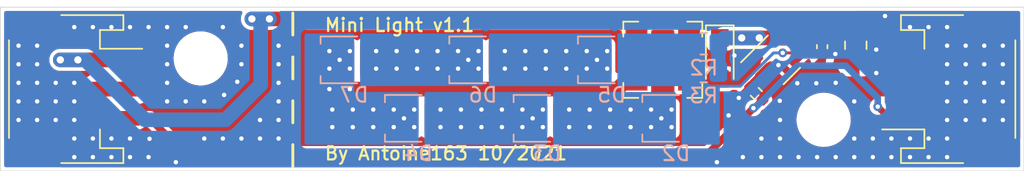
<source format=kicad_pcb>
(kicad_pcb (version 20210925) (generator pcbnew)
  (title_block (title "Mini Light") (date "2021-10-05") (rev "v1.1") (company "Antoine163"))
  (layers (0 "F.Cu" signal) (31 "B.Cu" signal) (34 "B.Paste" user) (35 "F.Paste" user) (37 "F.SilkS" user "F.Silkscreen") (38 "B.Mask" user) (39 "F.Mask" user) (44 "Edge.Cuts" user))
  (net 0 "")
  (net 1 "+12V")
  (net 2 "GND")
  (net 3 "Net-(D1-Pad2)")
  (net 4 "Net-(D2-Pad1)")
  (net 5 "Net-(D3-Pad1)")
  (net 6 "Net-(D2-Pad2)")
  (net 7 "Net-(D5-Pad1)")
  (net 8 "Net-(D6-Pad1)")
  (net 9 "Ctrl")
  (net 10 "Net-(D4-Pad1)")
  (footprint "Resistor_SMD:R_0402_1005Metric_Pad0.72x0.64mm_HandSolder" (layer "F.Cu") (at 136.8 100.3 -45)
    (fp_text reference "R1" hide)
    (fp_text value "470K")
    (fp_line (start -0.167621 0.38) (end 0.167621 0.38) (layer "F.SilkS") (width 0.12))
    (fp_line (start -0.167621 -0.38) (end 0.167621 -0.38) (layer "F.SilkS") (width 0.12))
    (pad "1" smd roundrect locked (at -0.5975 0 315) (size 0.715 0.64) (layers "F.Cu" "F.Paste" "F.Mask") (net 2 "GND"))
    (pad "2" smd roundrect locked (at 0.5975 0 315) (size 0.715 0.64) (layers "F.Cu" "F.Paste" "F.Mask") (net 9 "Ctrl"))
  )
  (footprint "Package_TO_SOT_SMD:TSOT-23-5" (layer "F.Cu") (at 138.123915 98 45)
    (fp_text reference "U1" hide)
    (fp_text value "AL8860WT-7")
    (fp_line (start 0 1.56) (end 0.8 1.56) (layer "F.SilkS") (width 0.12))
    (fp_line (start 0 1.56) (end -0.8 1.56) (layer "F.SilkS") (width 0.12))
    (fp_line (start 0 -1.56) (end -1.8 -1.56) (layer "F.SilkS") (width 0.12))
    (fp_line (start 0 -1.56) (end 0.8 -1.56) (layer "F.SilkS") (width 0.12))
    (pad "1" smd roundrect locked (at -1.1375 -0.95 45) (size 1.325 0.6) (layers "F.Cu" "F.Paste" "F.Mask") (net 3 "Net-(D1-Pad2)"))
    (pad "2" smd roundrect locked (at -1.1375 0 45) (size 1.325 0.6) (layers "F.Cu" "F.Paste" "F.Mask") (net 2 "GND"))
    (pad "3" smd roundrect locked (at -1.1375 0.95 45) (size 1.325 0.6) (layers "F.Cu" "F.Paste" "F.Mask") (net 9 "Ctrl"))
    (pad "4" smd roundrect locked (at 1.1375 0.95 45) (size 1.325 0.6) (layers "F.Cu" "F.Paste" "F.Mask") (net 6 "Net-(D2-Pad2)"))
    (pad "5" smd roundrect locked (at 1.1375 -0.95 45) (size 1.325 0.6) (layers "F.Cu" "F.Paste" "F.Mask") (net 1 "+12V"))
  )
  (footprint "MountingHole:MountingHole_3.2mm_M3" (layer "F.Cu") (at 141.4 102.1)
    (fp_text reference "H1" hide)
    (fp_text value "MountingHole")
    (pad "" np_thru_hole circle locked (at 0 0) (size 3.2 3.2) (drill 3.2) (layers *.Cu *.Mask))
  )
  (footprint "Diode_SMD:Nexperia_CFP3_SOD-123W" (layer "F.Cu") (at 134.3 97.9 -90)
    (fp_text reference "D1" hide)
    (fp_text value "PMEG40T10ERX")
    (fp_line (start -2.26 -0.95) (end 1.4 -0.95) (layer "F.SilkS") (width 0.12))
    (fp_line (start -2.26 -0.95) (end -2.26 0.95) (layer "F.SilkS") (width 0.12))
    (fp_line (start -2.26 0.95) (end 1.4 0.95) (layer "F.SilkS") (width 0.12))
    (pad "1" smd rect locked (at -1.4 0 270) (size 1.2 1.2) (layers "F.Cu" "F.Paste" "F.Mask") (net 1 "+12V"))
    (pad "2" smd rect locked (at 1.4 0 270) (size 1.2 1.2) (layers "F.Cu" "F.Paste" "F.Mask") (net 3 "Net-(D1-Pad2)"))
  )
  (footprint "mini_light:L_Bourns-SRN5040" (layer "F.Cu") (at 130.4 98)
    (fp_text reference "L1" hide)
    (fp_text value "68uH")
    (fp_line (start 2.7 2.6) (end 2.7 1.575) (layer "F.SilkS") (width 0.12))
    (fp_line (start 2.7 2.6) (end 1.675 2.6) (layer "F.SilkS") (width 0.12))
    (fp_line (start 2.7 -2.6125) (end 1.675 -2.6125) (layer "F.SilkS") (width 0.12))
    (fp_line (start -2.7 2.6) (end -1.675 2.6) (layer "F.SilkS") (width 0.12))
    (fp_line (start -2.7 2.6) (end -2.7 1.575) (layer "F.SilkS") (width 0.12))
    (fp_line (start -2.7 -2.6125) (end -1.675 -2.6125) (layer "F.SilkS") (width 0.12))
    (fp_line (start -2.7 -2.6125) (end -2.7 -1.5875) (layer "F.SilkS") (width 0.12))
    (fp_line (start 2.7 -2.6125) (end 2.7 -1.5875) (layer "F.SilkS") (width 0.12))
    (pad "1" smd rect locked (at -1.8 0) (size 1.5 4.2) (layers "F.Cu" "F.Paste" "F.Mask") (net 10 "Net-(D4-Pad1)"))
    (pad "2" smd rect locked (at 1.8 0) (size 1.5 4.2) (layers "F.Cu" "F.Paste" "F.Mask") (net 3 "Net-(D1-Pad2)"))
  )
  (footprint "Connector_JST:JST_PH_S3B-PH-SM4-TB_1x03-1MP_P2.00mm_Horizontal" (layer "F.Cu") (at 150 100 90)
    (fp_text reference "J1" hide)
    (fp_text value "Conn_01x03")
    (fp_line (start 5.06 0.94) (end 5.06 -3.31) (layer "F.SilkS") (width 0.12))
    (fp_line (start -2.76 -1.71) (end -2.76 -4.6) (layer "F.SilkS") (width 0.12))
    (fp_line (start -4.04 -3.31) (end -4.04 -1.71) (layer "F.SilkS") (width 0.12))
    (fp_line (start 4.04 -3.31) (end 4.04 -1.71) (layer "F.SilkS") (width 0.12))
    (fp_line (start -4.04 -1.71) (end -2.76 -1.71) (layer "F.SilkS") (width 0.12))
    (fp_line (start -3.34 4.51) (end 3.34 4.51) (layer "F.SilkS") (width 0.12))
    (fp_line (start -5.06 0.94) (end -5.06 -3.31) (layer "F.SilkS") (width 0.12))
    (fp_line (start 5.06 -3.31) (end 4.04 -3.31) (layer "F.SilkS") (width 0.12))
    (fp_line (start -5.06 -3.31) (end -4.04 -3.31) (layer "F.SilkS") (width 0.12))
    (fp_line (start 4.04 -1.71) (end 2.76 -1.71) (layer "F.SilkS") (width 0.12))
    (pad "1" smd roundrect locked (at -2 -2.85 90) (size 1 3.5) (layers "F.Cu" "F.Paste" "F.Mask") (net 9 "Ctrl"))
    (pad "2" smd roundrect locked (at 0 -2.85 90) (size 1 3.5) (layers "F.Cu" "F.Paste" "F.Mask") (net 2 "GND"))
    (pad "3" smd roundrect locked (at 2 -2.85 90) (size 1 3.5) (layers "F.Cu" "F.Paste" "F.Mask") (net 1 "+12V"))
    (pad "MP" smd roundrect locked (at -4.35 2.9 90) (size 1.5 3.4) (layers "F.Cu" "F.Paste" "F.Mask") (roundrect_rratio 0.1666673333))
    (pad "MP" smd roundrect locked (at 4.35 2.9 90) (size 1.5 3.4) (layers "F.Cu" "F.Paste" "F.Mask") (roundrect_rratio 0.1666673333))
  )
  (footprint "Capacitor_SMD:C_0402_1005Metric_Pad0.74x0.62mm_HandSolder" (layer "F.Cu") (at 141.3 97.1 -90)
    (fp_text reference "C2" hide)
    (fp_text value "100nF")
    (fp_line (start -0.115835 0.36) (end 0.115835 0.36) (layer "F.SilkS") (width 0.12))
    (fp_line (start -0.115835 -0.36) (end 0.115835 -0.36) (layer "F.SilkS") (width 0.12))
    (pad "1" smd roundrect locked (at -0.5675 0 270) (size 0.735 0.62) (layers "F.Cu" "F.Paste" "F.Mask") (net 1 "+12V"))
    (pad "2" smd roundrect locked (at 0.5675 0 270) (size 0.735 0.62) (layers "F.Cu" "F.Paste" "F.Mask") (net 2 "GND"))
  )
  (footprint "Capacitor_SMD:C_0805_2012Metric_Pad1.18x1.45mm_HandSolder" (layer "F.Cu") (at 143.6 97 -90)
    (fp_text reference "C1" hide)
    (fp_text value "10uF")
    (fp_line (start -0.261252 -0.735) (end 0.261252 -0.735) (layer "F.SilkS") (width 0.12))
    (fp_line (start -0.261252 0.735) (end 0.261252 0.735) (layer "F.SilkS") (width 0.12))
    (pad "1" smd roundrect locked (at -1.0375 0 270) (size 1.175 1.45) (layers "F.Cu" "F.Paste" "F.Mask") (roundrect_rratio 0.2127659574) (net 1 "+12V"))
    (pad "2" smd roundrect locked (at 1.0375 0 270) (size 1.175 1.45) (layers "F.Cu" "F.Paste" "F.Mask") (roundrect_rratio 0.2127659574) (net 2 "GND"))
  )
  (footprint "MountingHole:MountingHole_3.2mm_M3" (layer "F.Cu") (at 98.8 97.9)
    (fp_text reference "H2" hide)
    (fp_text value "MountingHole")
    (pad "" np_thru_hole circle locked (at 0 0) (size 3.2 3.2) (drill 3.2) (layers *.Cu *.Mask))
  )
  (footprint "Connector_JST:JST_PH_S3B-PH-SM4-TB_1x03-1MP_P2.00mm_Horizontal" (layer "F.Cu") (at 90.2 100 -90)
    (fp_text reference "J2" hide)
    (fp_text value "Conn_01x03")
    (fp_line (start -3.34 4.51) (end 3.34 4.51) (layer "F.SilkS") (width 0.12))
    (fp_line (start 5.06 0.94) (end 5.06 -3.31) (layer "F.SilkS") (width 0.12))
    (fp_line (start 5.06 -3.31) (end 4.04 -3.31) (layer "F.SilkS") (width 0.12))
    (fp_line (start -4.04 -1.71) (end -2.76 -1.71) (layer "F.SilkS") (width 0.12))
    (fp_line (start -5.06 0.94) (end -5.06 -3.31) (layer "F.SilkS") (width 0.12))
    (fp_line (start -4.04 -3.31) (end -4.04 -1.71) (layer "F.SilkS") (width 0.12))
    (fp_line (start 4.04 -3.31) (end 4.04 -1.71) (layer "F.SilkS") (width 0.12))
    (fp_line (start 4.04 -1.71) (end 2.76 -1.71) (layer "F.SilkS") (width 0.12))
    (fp_line (start -2.76 -1.71) (end -2.76 -4.6) (layer "F.SilkS") (width 0.12))
    (fp_line (start -5.06 -3.31) (end -4.04 -3.31) (layer "F.SilkS") (width 0.12))
    (pad "1" smd roundrect locked (at -2 -2.85 270) (size 1 3.5) (layers "F.Cu" "F.Paste" "F.Mask") (net 1 "+12V"))
    (pad "2" smd roundrect locked (at 0 -2.85 270) (size 1 3.5) (layers "F.Cu" "F.Paste" "F.Mask") (net 2 "GND"))
    (pad "3" smd roundrect locked (at 2 -2.85 270) (size 1 3.5) (layers "F.Cu" "F.Paste" "F.Mask") (net 9 "Ctrl"))
    (pad "MP" smd roundrect locked (at -4.35 2.9 270) (size 1.5 3.4) (layers "F.Cu" "F.Paste" "F.Mask") (roundrect_rratio 0.1666673333))
    (pad "MP" smd roundrect locked (at 4.35 2.9 270) (size 1.5 3.4) (layers "F.Cu" "F.Paste" "F.Mask") (roundrect_rratio 0.1666673333))
  )
  (footprint "Resistor_SMD:R_0805_2012Metric_Pad1.20x1.40mm_HandSolder" (layer "B.Cu") (at 133.2 96.9)
    (fp_text reference "R2" (at 0 1.65) (layer "B.SilkS") (effects (justify mirror)))
    (fp_text value "1R")
    (fp_line (start -0.227064 0.735) (end 0.227064 0.735) (layer "B.SilkS") (width 0.12))
    (fp_line (start -0.227064 -0.735) (end 0.227064 -0.735) (layer "B.SilkS") (width 0.12))
    (pad "1" smd roundrect locked (at -1 0) (size 1.2 1.4) (layers "B.Cu" "B.Paste" "B.Mask") (roundrect_rratio 0.2083333333) (net 6 "Net-(D2-Pad2)"))
    (pad "2" smd roundrect locked (at 1 0) (size 1.2 1.4) (layers "B.Cu" "B.Paste" "B.Mask") (roundrect_rratio 0.2083333333) (net 1 "+12V"))
  )
  (footprint "Resistor_SMD:R_0805_2012Metric_Pad1.20x1.40mm_HandSolder" (layer "B.Cu") (at 133.2 98.8)
    (fp_text reference "R3" (at 0 1.65) (layer "B.SilkS") (effects (justify mirror)))
    (fp_text value "1R")
    (fp_line (start -0.227064 -0.735) (end 0.227064 -0.735) (layer "B.SilkS") (width 0.12))
    (fp_line (start -0.227064 0.735) (end 0.227064 0.735) (layer "B.SilkS") (width 0.12))
    (pad "1" smd roundrect locked (at -1 0) (size 1.2 1.4) (layers "B.Cu" "B.Paste" "B.Mask") (roundrect_rratio 0.2083333333) (net 6 "Net-(D2-Pad2)"))
    (pad "2" smd roundrect locked (at 1 0) (size 1.2 1.4) (layers "B.Cu" "B.Paste" "B.Mask") (roundrect_rratio 0.2083333333) (net 1 "+12V"))
  )
  (footprint "mini_light:LED_Cree-JE" (layer "B.Cu") (at 131 102)
    (fp_text reference "D2" (at 0.3 2.4) (layer "B.SilkS") (effects (justify mirror)))
    (fp_text value "JE2835 3‑V")
    (fp_line (start -2 -1.6) (end 0.5 -1.6) (layer "B.SilkS") (width 0.12))
    (fp_line (start -2 -1.1) (end -2 -1.6) (layer "B.SilkS") (width 0.12))
    (fp_line (start 0.5 1.6) (end -2 1.6) (layer "B.SilkS") (width 0.12))
    (fp_line (start -2 1.6) (end -2 1.1) (layer "B.SilkS") (width 0.12))
    (pad "1" smd rect locked (at -0.73 0) (size 1.65 1.44) (layers "B.Cu" "B.Paste") (net 4 "Net-(D2-Pad1)"))
    (pad "1" smd rect locked (at -0.73 0) (size 2.06 1.8) (layers "B.Cu" "B.Mask") (net 4 "Net-(D2-Pad1)"))
    (pad "2" smd rect locked (at 1.25 0) (size 0.99 1.8) (layers "B.Cu" "B.Mask") (net 6 "Net-(D2-Pad2)"))
    (pad "2" smd rect locked (at 1.25 0) (size 0.79 1.44) (layers "B.Cu" "B.Paste") (net 6 "Net-(D2-Pad2)"))
    (pad "2" smd rect locked (at 1.75 0) (size 0.6 0.5) (layers "B.Cu" "B.Mask") (net 6 "Net-(D2-Pad2)"))
  )
  (footprint "mini_light:LED_Cree-JE" (layer "B.Cu") (at 122.2 102)
    (fp_text reference "D3" (at 0.3 2.4) (layer "B.SilkS") (effects (justify mirror)))
    (fp_text value "JE2835 3‑V")
    (fp_line (start 0.5 1.6) (end -2 1.6) (layer "B.SilkS") (width 0.12))
    (fp_line (start -2 -1.1) (end -2 -1.6) (layer "B.SilkS") (width 0.12))
    (fp_line (start -2 1.6) (end -2 1.1) (layer "B.SilkS") (width 0.12))
    (fp_line (start -2 -1.6) (end 0.5 -1.6) (layer "B.SilkS") (width 0.12))
    (pad "1" smd rect locked (at -0.73 0) (size 2.06 1.8) (layers "B.Cu" "B.Mask") (net 5 "Net-(D3-Pad1)"))
    (pad "1" smd rect locked (at -0.73 0) (size 1.65 1.44) (layers "B.Cu" "B.Paste") (net 5 "Net-(D3-Pad1)"))
    (pad "2" smd rect locked (at 1.25 0) (size 0.79 1.44) (layers "B.Cu" "B.Paste") (net 4 "Net-(D2-Pad1)"))
    (pad "2" smd rect locked (at 1.75 0) (size 0.6 0.5) (layers "B.Cu" "B.Mask") (net 4 "Net-(D2-Pad1)"))
    (pad "2" smd rect locked (at 1.25 0) (size 0.99 1.8) (layers "B.Cu" "B.Mask") (net 4 "Net-(D2-Pad1)"))
  )
  (footprint "mini_light:LED_Cree-JE" (layer "B.Cu") (at 109 98)
    (fp_text reference "D7" (at 0.3 2.4) (layer "B.SilkS") (effects (justify mirror)))
    (fp_text value "JE2835 3‑V")
    (fp_line (start -2 -1.1) (end -2 -1.6) (layer "B.SilkS") (width 0.12))
    (fp_line (start -2 -1.6) (end 0.5 -1.6) (layer "B.SilkS") (width 0.12))
    (fp_line (start -2 1.6) (end -2 1.1) (layer "B.SilkS") (width 0.12))
    (fp_line (start 0.5 1.6) (end -2 1.6) (layer "B.SilkS") (width 0.12))
    (pad "1" smd rect locked (at -0.73 0) (size 2.06 1.8) (layers "B.Cu" "B.Mask") (net 10 "Net-(D4-Pad1)"))
    (pad "1" smd rect locked (at -0.73 0) (size 1.65 1.44) (layers "B.Cu" "B.Paste") (net 10 "Net-(D4-Pad1)"))
    (pad "2" smd rect locked (at 1.75 0) (size 0.6 0.5) (layers "B.Cu" "B.Mask") (net 8 "Net-(D6-Pad1)"))
    (pad "2" smd rect locked (at 1.25 0) (size 0.79 1.44) (layers "B.Cu" "B.Paste") (net 8 "Net-(D6-Pad1)"))
    (pad "2" smd rect locked (at 1.25 0) (size 0.99 1.8) (layers "B.Cu" "B.Mask") (net 8 "Net-(D6-Pad1)"))
  )
  (footprint "mini_light:LED_Cree-JE" (layer "B.Cu") (at 126.6 98)
    (fp_text reference "D5" (at 0.3 2.4) (layer "B.SilkS") (effects (justify mirror)))
    (fp_text value "JE2835 3‑V")
    (fp_line (start -2 -1.1) (end -2 -1.6) (layer "B.SilkS") (width 0.12))
    (fp_line (start -2 -1.6) (end 0.5 -1.6) (layer "B.SilkS") (width 0.12))
    (fp_line (start -2 1.6) (end -2 1.1) (layer "B.SilkS") (width 0.12))
    (fp_line (start 0.5 1.6) (end -2 1.6) (layer "B.SilkS") (width 0.12))
    (pad "1" smd rect locked (at -0.73 0) (size 2.06 1.8) (layers "B.Cu" "B.Mask") (net 7 "Net-(D5-Pad1)"))
    (pad "1" smd rect locked (at -0.73 0) (size 1.65 1.44) (layers "B.Cu" "B.Paste") (net 7 "Net-(D5-Pad1)"))
    (pad "2" smd rect locked (at 1.25 0) (size 0.99 1.8) (layers "B.Cu" "B.Mask") (net 6 "Net-(D2-Pad2)"))
    (pad "2" smd rect locked (at 1.25 0) (size 0.79 1.44) (layers "B.Cu" "B.Paste") (net 6 "Net-(D2-Pad2)"))
    (pad "2" smd rect locked (at 1.75 0) (size 0.6 0.5) (layers "B.Cu" "B.Mask") (net 6 "Net-(D2-Pad2)"))
  )
  (footprint "mini_light:LED_Cree-JE" (layer "B.Cu") (at 117.8 98)
    (fp_text reference "D6" (at 0.3 2.4) (layer "B.SilkS") (effects (justify mirror)))
    (fp_text value "JE2835 3‑V")
    (fp_line (start -2 1.6) (end -2 1.1) (layer "B.SilkS") (width 0.12))
    (fp_line (start 0.5 1.6) (end -2 1.6) (layer "B.SilkS") (width 0.12))
    (fp_line (start -2 -1.1) (end -2 -1.6) (layer "B.SilkS") (width 0.12))
    (fp_line (start -2 -1.6) (end 0.5 -1.6) (layer "B.SilkS") (width 0.12))
    (pad "1" smd rect locked (at -0.73 0) (size 2.06 1.8) (layers "B.Cu" "B.Mask") (net 8 "Net-(D6-Pad1)"))
    (pad "1" smd rect locked (at -0.73 0) (size 1.65 1.44) (layers "B.Cu" "B.Paste") (net 8 "Net-(D6-Pad1)"))
    (pad "2" smd rect locked (at 1.25 0) (size 0.79 1.44) (layers "B.Cu" "B.Paste") (net 7 "Net-(D5-Pad1)"))
    (pad "2" smd rect locked (at 1.75 0) (size 0.6 0.5) (layers "B.Cu" "B.Mask") (net 7 "Net-(D5-Pad1)"))
    (pad "2" smd rect locked (at 1.25 0) (size 0.99 1.8) (layers "B.Cu" "B.Mask") (net 7 "Net-(D5-Pad1)"))
  )
  (footprint "mini_light:LED_Cree-JE" (layer "B.Cu") (at 113.4 102)
    (fp_text reference "D4" (at 0.3 2.4) (layer "B.SilkS") (effects (justify mirror)))
    (fp_text value "JE2835 3‑V")
    (fp_line (start -2 1.6) (end -2 1.1) (layer "B.SilkS") (width 0.12))
    (fp_line (start -2 -1.1) (end -2 -1.6) (layer "B.SilkS") (width 0.12))
    (fp_line (start -2 -1.6) (end 0.5 -1.6) (layer "B.SilkS") (width 0.12))
    (fp_line (start 0.5 1.6) (end -2 1.6) (layer "B.SilkS") (width 0.12))
    (pad "1" smd rect locked (at -0.73 0) (size 1.65 1.44) (layers "B.Cu" "B.Paste") (net 10 "Net-(D4-Pad1)"))
    (pad "1" smd rect locked (at -0.73 0) (size 2.06 1.8) (layers "B.Cu" "B.Mask") (net 10 "Net-(D4-Pad1)"))
    (pad "2" smd rect locked (at 1.75 0) (size 0.6 0.5) (layers "B.Cu" "B.Mask") (net 5 "Net-(D3-Pad1)"))
    (pad "2" smd rect locked (at 1.25 0) (size 0.79 1.44) (layers "B.Cu" "B.Paste") (net 5 "Net-(D3-Pad1)"))
    (pad "2" smd rect locked (at 1.25 0) (size 0.99 1.8) (layers "B.Cu" "B.Mask") (net 5 "Net-(D3-Pad1)"))
  )
  (gr_line (start 105.1 103.8) (end 105.1 105.3) (layer "F.SilkS") (width 0.2))
  (gr_line (start 105.1 97.8) (end 105.1 99.3) (layer "F.SilkS") (width 0.2))
  (gr_line (start 105.1 94.8) (end 105.1 96.3) (layer "F.SilkS") (width 0.2))
  (gr_line (start 105.1 100.8) (end 105.1 102.3) (layer "F.SilkS") (width 0.2))
  (gr_line (start 155.1 94.4) (end 155.1 105.6) (layer "Edge.Cuts") (width 0.05))
  (gr_line (start 85.1 105.6) (end 85.1 94.4) (layer "Edge.Cuts") (width 0.05))
  (gr_line (start 155.1 105.6) (end 85.1 105.6) (layer "Edge.Cuts") (width 0.05))
  (gr_line (start 155.1 94.4) (end 85.1 94.4) (layer "Edge.Cuts") (width 0.05))
  (gr_text "By Antoine163 10/2021" (at 107.2 104.4) (layer "F.SilkS") (effects (font (size 0.9 0.9) (thickness 0.153)) (justify left)))
  (gr_text "\nMini Light v1.1" (at 107.2 94.9) (layer "F.SilkS") (effects (font (size 0.9 0.9) (thickness 0.153)) (justify left)))
  (segment (start 142.8375 95.2) (end 103.5 95.2) (width 1) (layer "F.Cu") (net 1))
  (segment (start 135.8 96.5) (end 137 96.5) (width 1) (layer "F.Cu") (net 1))
  (segment (start 90.4 98) (end 89.2 98) (width 1) (layer "F.Cu") (net 1))
  (segment (start 145.1125 95.9625) (end 147.15 98) (width 1) (layer "F.Cu") (net 1))
  (segment (start 93.05 98) (end 90.4 98) (width 1) (layer "F.Cu") (net 1))
  (segment (start 143.038585 96.523915) (end 143.6 95.9625) (width 1) (layer "F.Cu") (net 1))
  (segment (start 134.4 96.5) (end 135.8 96.5) (width 1) (layer "F.Cu") (net 1))
  (segment (start 137 96.5) (end 138.308668 96.5) (width 1) (layer "F.Cu") (net 1))
  (segment (start 103.5 95.2) (end 102.3 95.2) (width 1) (layer "F.Cu") (net 1))
  (segment (start 143.6 95.9625) (end 142.8375 95.2) (width 1) (layer "F.Cu") (net 1))
  (segment (start 143.6 95.9625) (end 145.1125 95.9625) (width 1) (layer "F.Cu") (net 1))
  (segment (start 138.256498 96.523915) (end 143.038585 96.523915) (width 1) (layer "F.Cu") (net 1))
  (via (at 135.8 96.5) (size 1) (drill 0.5) (layers "F.Cu" "B.Cu") (net 1))
  (via (at 137 96.5) (size 1) (drill 0.5) (layers "F.Cu" "B.Cu") (net 1))
  (via (at 102.3 95.2) (size 1) (drill 0.5) (layers "F.Cu" "B.Cu") (net 1))
  (via (at 103.5 95.2) (size 1) (drill 0.5) (layers "F.Cu" "B.Cu") (net 1))
  (via (at 89.2 98) (size 1) (drill 0.5) (layers "F.Cu" "B.Cu") (net 1))
  (via (at 90.4 98) (size 1) (drill 0.5) (layers "F.Cu" "B.Cu") (net 1))
  (segment (start 100.5 102.1) (end 102.9 99.7) (width 1) (layer "B.Cu") (net 1))
  (segment (start 95 102.1) (end 100.5 102.1) (width 1) (layer "B.Cu") (net 1))
  (segment (start 102.3 95.2) (end 103.5 95.2) (width 1) (layer "B.Cu") (net 1))
  (segment (start 90.9 98) (end 95 102.1) (width 1) (layer "B.Cu") (net 1))
  (segment (start 102.9 99.7) (end 102.9 95.2) (width 1) (layer "B.Cu") (net 1))
  (segment (start 134.2 96.9) (end 134.6 96.5) (width 1) (layer "B.Cu") (net 1))
  (segment (start 89.2 98) (end 90.9 98) (width 1) (layer "B.Cu") (net 1))
  (segment (start 134.6 96.5) (end 137 96.5) (width 1) (layer "B.Cu") (net 1))
  (segment (start 134.2 98.8) (end 134.2 96.9) (width 1) (layer "B.Cu") (net 1))
  (segment (start 138.518706 98.358757) (end 139.098283 98.938334) (width 0.5) (layer "F.Cu") (net 2))
  (segment (start 141.3 98) (end 141.3 97.6675) (width 0.5) (layer "F.Cu") (net 2))
  (segment (start 138.307264 98.358757) (end 138.518706 98.358757) (width 0.5) (layer "F.Cu") (net 2))
  (segment (start 137.319581 98.804334) (end 137.765158 98.358757) (width 0.5) (layer "F.Cu") (net 2))
  (segment (start 140.361666 98.938334) (end 141.3 98) (width 0.5) (layer "F.Cu") (net 2))
  (segment (start 137.765158 98.358757) (end 138.307264 98.358757) (width 0.5) (layer "F.Cu") (net 2))
  (segment (start 139.098283 98.938334) (end 140.361666 98.938334) (width 0.5) (layer "F.Cu") (net 2))
  (via (at 90.155 104.6515) (size 0.6) (drill 0.3) (layers "F.Cu" "B.Cu") (net 2))
  (via (at 100.315 103.3815) (size 0.6) (drill 0.3) (layers "F.Cu" "B.Cu") (net 2))
  (via (at 104.125 102.1115) (size 0.6) (drill 0.3) (layers "F.Cu" "B.Cu") (net 2))
  (via (at 137.145 104.6515) (size 0.6) (drill 0.3) (layers "F.Cu" "B.Cu") (net 2))
  (via (at 92.695 95.7615) (size 0.6) (drill 0.3) (layers "F.Cu" "B.Cu") (net 2))
  (via (at 104.125 103.3815) (size 0.6) (drill 0.3) (layers "F.Cu" "B.Cu") (net 2))
  (via (at 138.415 103.3815) (size 0.6) (drill 0.3) (layers "F.Cu" "B.Cu") (net 2))
  (via (at 149.845 95.7615) (size 0.6) (drill 0.3) (layers "F.Cu" "B.Cu") (net 2))
  (via (at 90.155 100.8415) (size 0.6) (drill 0.3) (layers "F.Cu" "B.Cu") (net 2))
  (via (at 92.695 103.3815) (size 0.6) (drill 0.3) (layers "F.Cu" "B.Cu") (net 2))
  (via (at 153.655 98.3015) (size 0.6) (drill 0.3) (layers "F.Cu" "B.Cu") (net 2))
  (via (at 149.845 99.5715) (size 0.6) (drill 0.3) (layers "F.Cu" "B.Cu") (net 2))
  (via (at 87.615 102.1115) (size 0.6) (drill 0.3) (layers "F.Cu" "B.Cu") (net 2))
  (via (at 99.045 100.8415) (size 0.6) (drill 0.3) (layers "F.Cu" "B.Cu") (net 2))
  (via (at 100.4 100.4) (size 0.6) (drill 0.3) (layers "F.Cu" "B.Cu") (net 2))
  (via (at 137.145 103.3815) (size 0.6) (drill 0.3) (layers "F.Cu" "B.Cu") (net 2))
  (via (at 142.225 104.6515) (size 0.6) (drill 0.3) (layers "F.Cu" "B.Cu") (net 2))
  (via (at 145 97.3) (size 0.6) (drill 0.3) (layers "F.Cu" "B.Cu") (net 2))
  (via (at 93.965 95.7615) (size 0.6) (drill 0.3) (layers "F.Cu" "B.Cu") (net 2))
  (via (at 104.125 97.0315) (size 0.6) (drill 0.3) (layers "F.Cu" "B.Cu") (net 2))
  (via (at 138.415 102.1115) (size 0.6) (drill 0.3) (layers "F.Cu" "B.Cu") (net 2))
  (via (at 148.575 104.6515) (size 0.6) (drill 0.3) (layers "F.Cu" "B.Cu") (net 2))
  (via (at 100.315 95.7615) (size 0.6) (drill 0.3) (layers "F.Cu" "B.Cu") (net 2))
  (via (at 147.305 95.7615) (size 0.6) (drill 0.3) (layers "F.Cu" "B.Cu") (net 2))
  (via (at 152.385 100.8415) (size 0.6) (drill 0.3) (layers "F.Cu" "B.Cu") (net 2))
  (via (at 149.845 98.3015) (size 0.6) (drill 0.3) (layers "F.Cu" "B.Cu") (net 2))
  (via (at 104.125 99.5715) (size 0.6) (drill 0.3) (layers "F.Cu" "B.Cu") (net 2))
  (via (at 153.655 99.5715) (size 0.6) (drill 0.3) (layers "F.Cu" "B.Cu") (net 2))
  (via (at 138.4 100.8) (size 0.6) (drill 0.3) (layers "F.Cu" "B.Cu") (net 2))
  (via (at 151.115 102.1115) (size 0.6) (drill 0.3) (layers "F.Cu" "B.Cu") (net 2))
  (via (at 149.845 102.1115) (size 0.6) (drill 0.3) (layers "F.Cu" "B.Cu") (net 2))
  (via (at 152.385 102.1115) (size 0.6) (drill 0.3) (layers "F.Cu" "B.Cu") (net 2))
  (via (at 152.385 97.0315) (size 0.6) (drill 0.3) (layers "F.Cu" "B.Cu") (net 2))
  (via (at 90.155 103.3815) (size 0.6) (drill 0.3) (layers "F.Cu" "B.Cu") (net 2))
  (via (at 86.345 99.5715) (size 0.6) (drill 0.3) (layers "F.Cu" "B.Cu") (net 2))
  (via (at 104.125 98.3015) (size 0.6) (drill 0.3) (layers "F.Cu" "B.Cu") (net 2))
  (via (at 91.425 95.7615) (size 0.6) (drill 0.3) (layers "F.Cu" "B.Cu") (net 2))
  (via (at 146.035 103.3815) (size 0.6) (drill 0.3) (layers "F.Cu" "B.Cu") (net 2))
  (via (at 87.615 100.8415) (size 0.6) (drill 0.3) (layers "F.Cu" "B.Cu") (net 2))
  (via (at 148.575 103.3815) (size 0.6) (drill 0.3) (layers "F.Cu" "B.Cu") (net 2))
  (via (at 95.235 104.6515) (size 0.6) (drill 0.3) (layers "F.Cu" "B.Cu") (net 2))
  (via (at 101.585 103.3815) (size 0.6) (drill 0.3) (layers "F.Cu" "B.Cu") (net 2))
  (via (at 143.495 100.8415) (size 0.6) (drill 0.3) (layers "F.Cu" "B.Cu") (net 2))
  (via (at 140.9 99.6) (size 0.6) (drill 0.3) (layers "F.Cu" "B.Cu") (net 2))
  (via (at 96.505 95.7615) (size 0.6) (drill 0.3) (layers "F.Cu" "B.Cu") (net 2))
  (via (at 96.505 99.5715) (size 0.6) (drill 0.3) (layers "F.Cu" "B.Cu") (net 2))
  (via (at 145 98.9) (size 0.6) (drill 0.3) (layers "F.Cu" "B.Cu") (net 2))
  (via (at 97.775 100.8415) (size 0.6) (drill 0.3) (layers "F.Cu" "B.Cu") (net 2))
  (via (at 152.385 98.3015) (size 0.6) (drill 0.3) (layers "F.Cu" "B.Cu") (net 2))
  (via (at 95.235 95.7615) (size 0.6) (drill 0.3) (layers "F.Cu" "B.Cu") (net 2))
  (via (at 97.775 95.7615) (size 0.6) (drill 0.3) (layers "F.Cu" "B.Cu") (net 2))
  (via (at 153.655 100.8415) (size 0.6) (drill 0.3) (layers "F.Cu" "B.Cu") (net 2))
  (via (at 143.495 103.3815) (size 0.6) (drill 0.3) (layers "F.Cu" "B.Cu") (net 2))
  (via (at 86.345 100.8415) (size 0.6) (drill 0.3) (layers "F.Cu" "B.Cu") (net 2))
  (via (at 152.385 99.5715) (size 0.6) (drill 0.3) (layers "F.Cu" "B.Cu") (net 2))
  (via (at 144.765 103.3815) (size 0.6) (drill 0.3) (layers "F.Cu" "B.Cu") (net 2))
  (via (at 153.655 97.0315) (size 0.6) (drill 0.3) (layers "F.Cu" "B.Cu") (net 2))
  (via (at 92.695 104.6515) (size 0.6) (drill 0.3) (layers "F.Cu" "B.Cu") (net 2))
  (via (at 95.3 103.4) (size 0.6) (drill 0.3) (layers "F.Cu" "B.Cu") (net 2))
  (via (at 144.765 104.6515) (size 0.6) (drill 0.3) (layers "F.Cu" "B.Cu") (net 2))
  (via (at 102.855 102.1115) (size 0.6) (drill 0.3) (layers "F.Cu" "B.Cu") (net 2))
  (via (at 149.845 100.8415) (size 0.6) (drill 0.3) (layers "F.Cu" "B.Cu") (net 2))
  (via (at 151.115 97.0315) (size 0.6) (drill 0.3) (layers "F.Cu" "B.Cu") (net 2))
  (via (at 86.345 98.3015) (size 0.6) (drill 0.3) (layers "F.Cu" "B.Cu") (net 2))
  (via (at 104.125 100.8415) (size 0.6) (drill 0.3) (layers "F.Cu" "B.Cu") (net 2))
  (via (at 140.955 104.6515) (size 0.6) (drill 0.3) (layers "F.Cu" "B.Cu") (net 2))
  (via (at 142.2 97.6) (size 0.6) (drill 0.3) (layers "F.Cu" "B.Cu") (net 2))
  (via (at 134.1 105) (size 0.6) (drill 0.3) (layers "F.Cu" "B.Cu") (net 2))
  (via (at 102.855 103.3815) (size 0.6) (drill 0.3) (layers "F.Cu" "B.Cu") (net 2))
  (via (at 96.505 98.3015) (size 0.6) (drill 0.3) (layers "F.Cu" "B.Cu") (net 2))
  (via (at 135.875 104.6515) (size 0.6) (drill 0.3) (layers "F.Cu" "B.Cu") (net 2))
  (via (at 90.155 99.5715) (size 0.6) (drill 0.3) (layers "F.Cu" "B.Cu") (net 2))
  (via (at 134.9 101.8) (size 0.6) (drill 0.3) (layers "F.Cu" "B.Cu") (net 2))
  (via (at 87.615 98.3015) (size 0.6) (drill 0.3) (layers "F.Cu" "B.Cu") (net 2))
  (via (at 97.1 105) (size 0.6) (drill 0.3) (layers "F.Cu" "B.Cu") (net 2))
  (via (at 88.885 99.5715) (size 0.6) (drill 0.3) (layers "F.Cu" "B.Cu") (net 2))
  (via (at 101.585 98.3015) (size 0.6) (drill 0.3) (layers "F.Cu" "B.Cu") (net 2))
  (via (at 145.6 95) (size 0.6) (drill 0.3) (layers "F.Cu" "B.Cu") (net 2))
  (via (at 149.845 97.0315) (size 0.6) (drill 0.3) (layers "F.Cu" "B.Cu") (net 2))
  (via (at 88.885 100.8415) (size 0.6) (drill 0.3) (layers "F.Cu" "B.Cu") (net 2))
  (via (at 151.115 98.3015) (size 0.6) (drill 0.3) (layers "F.Cu" "B.Cu") (net 2))
  (via (at 147.305 103.3815) (size 0.6) (drill 0.3) (layers "F.Cu" "B.Cu") (net 2))
  (via (at 93.965 103.3815) (size 0.6) (drill 0.3) (layers "F.Cu" "B.Cu") (net 2))
  (via (at 88.885 102.1115) (size 0.6) (drill 0.3) (layers "F.Cu" "B.Cu") (net 2))
  (via (at 93.965 104.6515) (size 0.6) (drill 0.3) (layers "F.Cu" "B.Cu") (net 2))
  (via (at 148.575 95.7615) (size 0.6) (drill 0.3) (layers "F.Cu" "B.Cu") (net 2))
  (via (at 87.615 99.5715) (size 0.6) (drill 0.3) (layers "F.Cu" "B.Cu") (net 2))
  (via (at 96.505 100.8415) (size 0.6) (drill 0.3) (layers "F.Cu" "B.Cu") (net 2))
  (via (at 91.425 103.3815) (size 0.6) (drill 0.3) (layers "F.Cu" "B.Cu") (net 2))
  (via (at 101.585 97.0315) (size 0.6) (drill 0.3) (layers "F.Cu" "B.Cu") (net 2))
  (via (at 151.115 100.8415) (size 0.6) (drill 0.3) (layers "F.Cu" "B.Cu") (net 2))
  (via (at 146.035 104.6515) (size 0.6) (drill 0.3) (layers "F.Cu" "B.Cu") (net 2))
  (via (at 138.307264 98.358757) (size 0.6) (drill 0.3) (layers "F.Cu" "B.Cu") (net 2))
  (via (at 138.415 104.6515) (size 0.6) (drill 0.3) (layers "F.Cu" "B.Cu") (net 2))
  (via (at 101.3 99.5) (size 0.6) (drill 0.3) (layers "F.Cu" "B.Cu") (net 2))
  (via (at 151.115 99.5715) (size 0.6) (drill 0.3) (layers "F.Cu" "B.Cu") (net 2))
  (via (at 149.845 104.6515) (size 0.6) (drill 0.3) (layers "F.Cu" "B.Cu") (net 2))
  (via (at 90.155 95.7615) (size 0.6) (drill 0.3) (layers "F.Cu" "B.Cu") (net 2))
  (via (at 139.6 99.6) (size 0.6) (drill 0.3) (layers "F.Cu" "B.Cu") (net 2))
  (via (at 153.655 102.1115) (size 0.6) (drill 0.3) (layers "F.Cu" "B.Cu") (net 2))
  (via (at 87.615 97.0315) (size 0.6) (drill 0.3) (layers "F.Cu" "B.Cu") (net 2))
  (via (at 96.505 97.0315) (size 0.6) (drill 0.3) (layers "F.Cu" "B.Cu") (net 2))
  (via (at 142.225 99.5715) (size 0.6) (drill 0.3) (layers "F.Cu" "B.Cu") (net 2))
  (via (at 143.495 104.6515) (size 0.6) (drill 0.3) (layers "F.Cu" "B.Cu") (net 2))
  (via (at 90.155 102.1115) (size 0.6) (drill 0.3) (layers "F.Cu" "B.Cu") (net 2))
  (via (at 86.345 97.0315) (size 0.6) (drill 0.3) (layers "F.Cu" "B.Cu") (net 2))
  (via (at 149.845 103.3815) (size 0.6) (drill 0.3) (layers "F.Cu" "B.Cu") (net 2))
  (via (at 135.6 100.6) (size 0.6) (drill 0.3) (layers "F.Cu" "B.Cu") (net 2))
  (via (at 139.685 104.6515) (size 0.6) (drill 0.3) (layers "F.Cu" "B.Cu") (net 2))
  (via (at 99.045 103.3815) (size 0.6) (drill 0.3) (layers "F.Cu" "B.Cu") (net 2))
  (via (at 147.305 104.6515) (size 0.6) (drill 0.3) (layers "F.Cu" "B.Cu") (net 2))
  (via (at 91.425 104.6515) (size 0.6) (drill 0.3) (layers "F.Cu" "B.Cu") (net 2))
  (via (at 135.3 97.7) (size 0.6) (drill 0.3) (layers "F.Cu" "B.Cu") (net 2))
  (via (at 86.345 102.1115) (size 0.6) (drill 0.3) (layers "F.Cu" "B.Cu") (net 2))
  (segment (start 134.3 99.3) (end 135.410381 99.3) (width 1) (layer "F.Cu") (net 3))
  (segment (start 135.410381 99.3) (end 136.612814 98.097567) (width 1) (layer "F.Cu") (net 3))
  (segment (start 133.8 99.3) (end 133 99.3) (width 1) (layer "F.Cu") (net 3))
  (via (at 124 101.4) (size 0.6) (drill 0.3) (layers "F.Cu" "B.Cu") (net 4))
  (via (at 125.4 102.6) (size 0.6) (drill 0.3) (layers "F.Cu" "B.Cu") (net 4))
  (via (at 128.2 102.6) (size 0.6) (drill 0.3) (layers "F.Cu" "B.Cu") (net 4))
  (via (at 131 101.4) (size 0.6) (drill 0.3) (layers "F.Cu" "B.Cu") (net 4))
  (via (at 126.8 101.4) (size 0.6) (drill 0.3) (layers "F.Cu" "B.Cu") (net 4))
  (via (at 131 102.6) (size 0.6) (drill 0.3) (layers "F.Cu" "B.Cu") (net 4))
  (via (at 125.4 101.4) (size 0.6) (drill 0.3) (layers "F.Cu" "B.Cu") (net 4))
  (via (at 130.3 102) (size 0.6) (drill 0.3) (layers "F.Cu" "B.Cu") (net 4))
  (via (at 128.2 101.4) (size 0.6) (drill 0.3) (layers "F.Cu" "B.Cu") (net 4))
  (via (at 129.6 102.6) (size 0.6) (drill 0.3) (layers "F.Cu" "B.Cu") (net 4))
  (via (at 124 102.6) (size 0.6) (drill 0.3) (layers "F.Cu" "B.Cu") (net 4))
  (via (at 129.6 101.4) (size 0.6) (drill 0.3) (layers "F.Cu" "B.Cu") (net 4))
  (via (at 126.8 102.6) (size 0.6) (drill 0.3) (layers "F.Cu" "B.Cu") (net 4))
  (via (at 118 102.6) (size 0.6) (drill 0.3) (layers "F.Cu" "B.Cu") (net 5))
  (via (at 122.2 102.6) (size 0.6) (drill 0.3) (layers "F.Cu" "B.Cu") (net 5))
  (via (at 120.8 102.6) (size 0.6) (drill 0.3) (layers "F.Cu" "B.Cu") (net 5))
  (via (at 121.5 102) (size 0.6) (drill 0.3) (layers "F.Cu" "B.Cu") (net 5))
  (via (at 120.8 101.4) (size 0.6) (drill 0.3) (layers "F.Cu" "B.Cu") (net 5))
  (via (at 118 101.4) (size 0.6) (drill 0.3) (layers "F.Cu" "B.Cu") (net 5))
  (via (at 115.2 101.4) (size 0.6) (drill 0.3) (layers "F.Cu" "B.Cu") (net 5))
  (via (at 115.2 102.6) (size 0.6) (drill 0.3) (layers "F.Cu" "B.Cu") (net 5))
  (via (at 116.6 102.6) (size 0.6) (drill 0.3) (layers "F.Cu" "B.Cu") (net 5))
  (via (at 116.6 101.4) (size 0.6) (drill 0.3) (layers "F.Cu" "B.Cu") (net 5))
  (via (at 119.4 102.6) (size 0.6) (drill 0.3) (layers "F.Cu" "B.Cu") (net 5))
  (via (at 122.2 101.4) (size 0.6) (drill 0.3) (layers "F.Cu" "B.Cu") (net 5))
  (via (at 119.4 101.4) (size 0.6) (drill 0.3) (layers "F.Cu" "B.Cu") (net 5))
  (segment (start 139.255998 97.523415) (end 139.6 97.867417) (width 0.2) (layer "F.Cu") (net 6))
  (segment (start 138.6 97.523415) (end 139.255998 97.523415) (width 0.2) (layer "F.Cu") (net 6))
  (via (at 138.6 97.523415) (size 0.6) (drill 0.3) (layers "F.Cu" "B.Cu") (net 6))
  (segment (start 133.19952 99.79952) (end 132.2 98.8) (width 0.2) (layer "B.Cu") (net 6))
  (segment (start 135.70048 99.79952) (end 133.19952 99.79952) (width 0.2) (layer "B.Cu") (net 6))
  (segment (start 138.6 97.523415) (end 137.976585 97.523415) (width 0.2) (layer "B.Cu") (net 6))
  (segment (start 137.976585 97.523415) (end 135.70048 99.79952) (width 0.2) (layer "B.Cu") (net 6))
  (via (at 119.6 98.6) (size 0.6) (drill 0.3) (layers "F.Cu" "B.Cu") (net 7))
  (via (at 126.6 97.4) (size 0.6) (drill 0.3) (layers "F.Cu" "B.Cu") (net 7))
  (via (at 125.9 98) (size 0.6) (drill 0.3) (layers "F.Cu" "B.Cu") (net 7))
  (via (at 123.8 98.6) (size 0.6) (drill 0.3) (layers "F.Cu" "B.Cu") (net 7))
  (via (at 122.4 98.6) (size 0.6) (drill 0.3) (layers "F.Cu" "B.Cu") (net 7))
  (via (at 119.6 97.4) (size 0.6) (drill 0.3) (layers "F.Cu" "B.Cu") (net 7))
  (via (at 122.4 97.4) (size 0.6) (drill 0.3) (layers "F.Cu" "B.Cu") (net 7))
  (via (at 125.2 98.6) (size 0.6) (drill 0.3) (layers "F.Cu" "B.Cu") (net 7))
  (via (at 121 98.6) (size 0.6) (drill 0.3) (layers "F.Cu" "B.Cu") (net 7))
  (via (at 126.6 98.6) (size 0.6) (drill 0.3) (layers "F.Cu" "B.Cu") (net 7))
  (via (at 121 97.4) (size 0.6) (drill 0.3) (layers "F.Cu" "B.Cu") (net 7))
  (via (at 125.2 97.4) (size 0.6) (drill 0.3) (layers "F.Cu" "B.Cu") (net 7))
  (via (at 123.8 97.4) (size 0.6) (drill 0.3) (layers "F.Cu" "B.Cu") (net 7))
  (via (at 117.1 98) (size 0.6) (drill 0.3) (layers "F.Cu" "B.Cu") (net 8))
  (via (at 110.8 97.4) (size 0.6) (drill 0.3) (layers "F.Cu" "B.Cu") (net 8))
  (via (at 110.8 98.6) (size 0.6) (drill 0.3) (layers "F.Cu" "B.Cu") (net 8))
  (via (at 116.4 98.6) (size 0.6) (drill 0.3) (layers "F.Cu" "B.Cu") (net 8))
  (via (at 117.8 97.4) (size 0.6) (drill 0.3) (layers "F.Cu" "B.Cu") (net 8))
  (via (at 115 98.6) (size 0.6) (drill 0.3) (layers "F.Cu" "B.Cu") (net 8))
  (via (at 112.2 97.4) (size 0.6) (drill 0.3) (layers "F.Cu" "B.Cu") (net 8))
  (via (at 112.2 98.6) (size 0.6) (drill 0.3) (layers "F.Cu" "B.Cu") (net 8))
  (via (at 113.6 97.4) (size 0.6) (drill 0.3) (layers "F.Cu" "B.Cu") (net 8))
  (via (at 113.6 98.6) (size 0.6) (drill 0.3) (layers "F.Cu" "B.Cu") (net 8))
  (via (at 117.8 98.6) (size 0.6) (drill 0.3) (layers "F.Cu" "B.Cu") (net 8))
  (via (at 115 97.4) (size 0.6) (drill 0.3) (layers "F.Cu" "B.Cu") (net 8))
  (via (at 116.4 97.4) (size 0.6) (drill 0.3) (layers "F.Cu" "B.Cu") (net 8))
  (segment (start 95.3 102) (end 93.05 102) (width 0.5) (layer "F.Cu") (net 9))
  (segment (start 145.1 101.2) (end 145.9 102) (width 0.45) (layer "F.Cu") (net 9))
  (segment (start 136.644992 101.3) (end 137.222496 100.722496) (width 0.45) (layer "F.Cu") (net 9))
  (segment (start 136.6 101.3) (end 136.644992 101.3) (width 0.45) (layer "F.Cu") (net 9))
  (segment (start 97.70048 104.40048) (end 95.3 102) (width 0.5) (layer "F.Cu") (net 9))
  (segment (start 137.222496 100.722496) (end 137.222496 100.244921) (width 0.45) (layer "F.Cu") (net 9))
  (segment (start 136.6 101.3) (end 133.49952 104.40048) (width 0.5) (layer "F.Cu") (net 9))
  (segment (start 137.222496 100.244921) (end 137.991332 99.476085) (width 0.45) (layer "F.Cu") (net 9))
  (segment (start 133.49952 104.40048) (end 97.70048 104.40048) (width 0.5) (layer "F.Cu") (net 9))
  (via (at 136.6 101.3) (size 0.6) (drill 0.3) (layers "F.Cu" "B.Cu") (net 9))
  (via (at 145.1 101.2) (size 0.6) (drill 0.3) (layers "F.Cu" "B.Cu") (net 9))
  (segment (start 136.7 101.3) (end 139.6 98.4) (width 0.45) (layer "B.Cu") (net 9))
  (segment (start 145.1 100.6) (end 145.1 101.2) (width 0.45) (layer "B.Cu") (net 9))
  (segment (start 136.6 101.3) (end 136.7 101.3) (width 0.45) (layer "B.Cu") (net 9))
  (segment (start 142.9 98.4) (end 145.1 100.6) (width 0.45) (layer "B.Cu") (net 9))
  (segment (start 139.6 98.4) (end 142.9 98.4) (width 0.45) (layer "B.Cu") (net 9))
  (segment (start 113.1 100) (end 112.5 100.6) (width 1) (layer "F.Cu") (net 10))
  (segment (start 112.5 101.6) (end 112 102.1) (width 1) (layer "F.Cu") (net 10))
  (segment (start 127.3 100) (end 113.1 100) (width 1) (layer "F.Cu") (net 10))
  (segment (start 128.6 98.7) (end 127.3 100) (width 1) (layer "F.Cu") (net 10))
  (segment (start 112 102.1) (end 108.3 102.1) (width 1) (layer "F.Cu") (net 10))
  (segment (start 112.5 100.6) (end 112.5 101.6) (width 1) (layer "F.Cu") (net 10))
  (via (at 112 102.6) (size 0.6) (drill 0.3) (layers "F.Cu" "B.Cu") (net 10))
  (via (at 109 98.6) (size 0.6) (drill 0.3) (layers "F.Cu" "B.Cu") (net 10))
  (via (at 112 101.4) (size 0.6) (drill 0.3) (layers "F.Cu" "B.Cu") (net 10))
  (via (at 107.8 102.6) (size 0.6) (drill 0.3) (layers "F.Cu" "B.Cu") (net 10))
  (via (at 112.7 102) (size 0.6) (drill 0.3) (layers "F.Cu" "B.Cu") (net 10))
  (via (at 110.6 102.6) (size 0.6) (drill 0.3) (layers "F.Cu" "B.Cu") (net 10))
  (via (at 107.6 100) (size 0.6) (drill 0.3) (layers "F.Cu" "B.Cu") (net 10))
  (via (at 109.2 101.4) (size 0.6) (drill 0.3) (layers "F.Cu" "B.Cu") (net 10))
  (via (at 113.4 101.4) (size 0.6) (drill 0.3) (layers "F.Cu" "B.Cu") (net 10))
  (via (at 109.2 102.6) (size 0.6) (drill 0.3) (layers "F.Cu" "B.Cu") (net 10))
  (via (at 113.4 102.6) (size 0.6) (drill 0.3) (layers "F.Cu" "B.Cu") (net 10))
  (via (at 107.6 97.4) (size 0.6) (drill 0.3) (layers "F.Cu" "B.Cu") (net 10))
  (via (at 109 97.4) (size 0.6) (drill 0.3) (layers "F.Cu" "B.Cu") (net 10))
  (via (at 110.6 101.4) (size 0.6) (drill 0.3) (layers "F.Cu" "B.Cu") (net 10))
  (via (at 109 100) (size 0.6) (drill 0.3) (layers "F.Cu" "B.Cu") (net 10))
  (via (at 107.8 101.4) (size 0.6) (drill 0.3) (layers "F.Cu" "B.Cu") (net 10))
  (via (at 107.6 98.6) (size 0.6) (drill 0.3) (layers "F.Cu" "B.Cu") (net 10))
  (via (at 108.3 98) (size 0.6) (drill 0.3) (layers "F.Cu" "B.Cu") (net 10))
  (zone (net 8) (net_name "Net-(D6-Pad1)") (layer "F.Cu") (priority 1) (connect_pads yes (clearance 0.254)) (min_thickness 0.254) (fill yes (thermal_gap 0.508) (thermal_bridge_width 0.508))
    (polygon (pts (xy 118.1 96.8) (xy 118.1 99.1) (xy 109.7 99.1) (xy 109.7 96.8)))
  )
  (zone (net 7) (net_name "Net-(D5-Pad1)") (layer "F.Cu") (priority 1) (connect_pads yes (clearance 0.254)) (min_thickness 0.254) (fill yes (thermal_gap 0.508) (thermal_bridge_width 0.508))
    (polygon (pts (xy 126.9 96.8) (xy 126.9 99.1) (xy 118.5 99.1) (xy 118.5 96.8)))
  )
  (zone (net 4) (net_name "Net-(D2-Pad1)") (layer "F.Cu") (priority 1) (connect_pads yes (clearance 0.254)) (min_thickness 0.254) (fill yes (thermal_gap 0.508) (thermal_bridge_width 0.508))
    (polygon (pts (xy 131.3 100.9) (xy 131.3 103.1) (xy 122.9 103.1) (xy 122.9 100.9)))
  )
  (zone (net 10) (net_name "Net-(D4-Pad1)") (layer "F.Cu") (priority 1) (connect_pads yes (clearance 0.254)) (min_thickness 0.254) (fill yes (thermal_gap 0.508) (thermal_bridge_width 0.508))
    (polygon (pts (xy 109.3 99.5) (xy 113.7 99.5) (xy 113.7 103.1) (xy 107.2 103.1) (xy 107.2 96.8) (xy 109.3 96.8)))
  )
  (zone (net 5) (net_name "Net-(D3-Pad1)") (layer "F.Cu") (priority 1) (connect_pads yes (clearance 0.254)) (min_thickness 0.254) (fill yes (thermal_gap 0.508) (thermal_bridge_width 0.508))
    (polygon (pts (xy 122.5 100.9) (xy 122.5 103.1) (xy 114.1 103.1) (xy 114.1 100.9)))
  )
  (zone (net 2) (net_name "GND") (layers F&B.Cu) (name "Gnd") (connect_pads (clearance 0.254)) (min_thickness 0.254) (fill yes (thermal_gap 0.508) (thermal_bridge_width 0.508))
    (polygon (pts (xy 155.1 94.4) (xy 155.1 105.6) (xy 85.1 105.6) (xy 85.1 94.4)))
  )
  (zone (net 6) (net_name "Net-(D2-Pad2)") (layer "B.Cu") (priority 1) (connect_pads yes (clearance 0.254)) (min_thickness 0.254) (fill yes (thermal_gap 0.508) (thermal_bridge_width 0.508))
    (polygon (pts (xy 134.3 103.8) (xy 131.7 103.8) (xy 131.7 99.8) (xy 127.3 99.8) (xy 127.3 96.2) (xy 134.3 96.2)))
  )
  (zone (net 4) (net_name "Net-(D2-Pad1)") (layer "B.Cu") (priority 1) (connect_pads yes (clearance 0.254)) (min_thickness 0.254) (fill yes (thermal_gap 0.508) (thermal_bridge_width 0.508))
    (polygon (pts (xy 131.3 100.2) (xy 131.3 103.8) (xy 122.9 103.8) (xy 122.9 100.2)))
  )
  (zone (net 7) (net_name "Net-(D5-Pad1)") (layer "B.Cu") (priority 1) (connect_pads yes (clearance 0.254)) (min_thickness 0.254) (fill yes (thermal_gap 0.508) (thermal_bridge_width 0.508))
    (polygon (pts (xy 126.9 99.8) (xy 118.5 99.8) (xy 118.5 96.2) (xy 126.9 96.2)))
  )
  (zone (net 8) (net_name "Net-(D6-Pad1)") (layer "B.Cu") (priority 1) (connect_pads yes (clearance 0.254)) (min_thickness 0.254) (fill yes (thermal_gap 0.508) (thermal_bridge_width 0.508))
    (polygon (pts (xy 118.1 96.2) (xy 118.104169 99.776462) (xy 109.7 99.799986) (xy 109.7 96.2)))
  )
  (zone (net 10) (net_name "Net-(D4-Pad1)") (layer "B.Cu") (priority 1) (connect_pads yes (clearance 0.254)) (min_thickness 0.254) (fill yes (thermal_gap 0.508) (thermal_bridge_width 0.508))
    (polygon (pts (xy 109.3 96.2) (xy 109.3 100.2) (xy 113.7 100.2) (xy 113.7 103.8) (xy 105.9 103.8) (xy 105.9 96.2)))
  )
  (zone (net 5) (net_name "Net-(D3-Pad1)") (layer "B.Cu") (priority 1) (connect_pads yes (clearance 0.254)) (min_thickness 0.254) (fill yes (thermal_gap 0.508) (thermal_bridge_width 0.508))
    (polygon (pts (xy 122.5 103.8) (xy 114.1 103.8) (xy 114.1 100.2) (xy 122.5 100.2)))
  )
)
</source>
